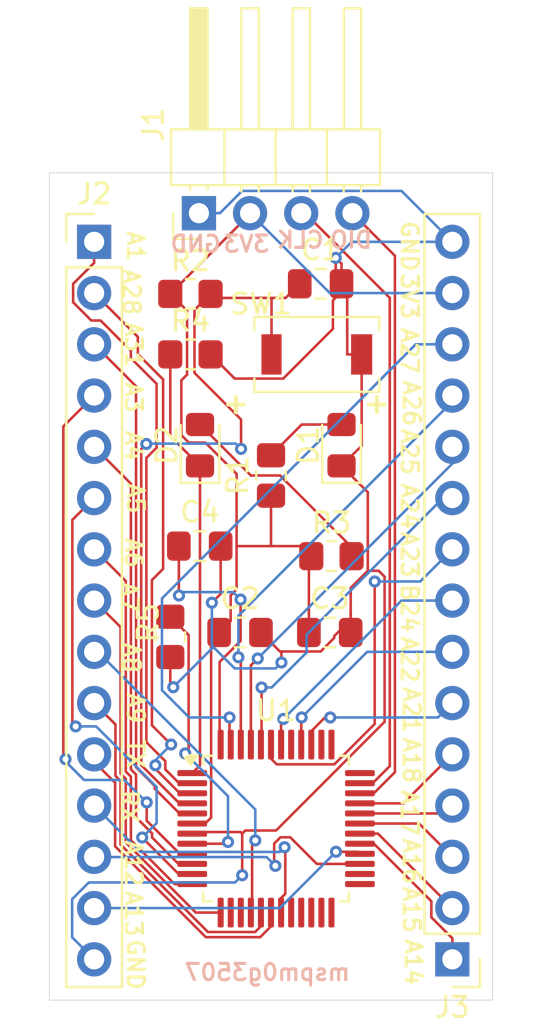
<source format=kicad_pcb>
(kicad_pcb (version 20241229) (generator "pcbnew") (generator_version "9.0")
  (layers (0 "F.Cu" signal "Front") (2 "B.Cu" signal "Back") (13 "F.Paste" user) (15 "B.Paste" user) (5 "F.SilkS" user "F.Silkscreen") (7 "B.SilkS" user "B.Silkscreen") (1 "F.Mask" user) (3 "B.Mask" user) (25 "Edge.Cuts" user))
  (net 0 "")
  (net 1 "RST")
  (net 2 "GND")
  (net 3 "+3V3")
  (net 4 "Net-(U1-VCORE)")
  (net 5 "Net-(D1-A)")
  (net 6 "usr_led")
  (net 7 "Net-(D2-A)")
  (net 8 "swdclk")
  (net 9 "swdio")
  (net 10 "PA5")
  (net 11 "PA4")
  (net 12 "PA13")
  (net 13 "txd")
  (net 14 "PA9")
  (net 15 "rxd")
  (net 16 "PA31")
  (net 17 "PA28")
  (net 18 "PA3")
  (net 19 "PA1")
  (net 20 "PA7")
  (net 21 "PA6")
  (net 22 "PA8")
  (net 23 "PA12")
  (net 24 "PA27")
  (net 25 "PA25")
  (net 26 "PB24")
  (net 27 "PA26")
  (net 28 "PA23")
  (net 29 "PA17")
  (net 30 "PA21")
  (net 31 "PA22")
  (net 32 "PA24")
  (net 33 "PA16")
  (net 34 "PA15")
  (net 35 "PA14")
  (net 36 "PA18")
  (net 37 "Net-(U1-PA2)")
  (footprint "Resistor_SMD:R_0805_2012Metric_Pad1.20x1.40mm_HandSolder" (layer "F.Cu") (at 113 78 90)
    (property "Reference" "R5" (at 0.7 -1.1 90) (layer "F.SilkS"))
    (property "Value" "100K 0.1%")
    (pad "1" smd roundrect (at -1 0 90) (size 1.2 1.4) (layers "F.Cu" "F.Mask" "F.Paste") (roundrect_rratio 0.208333) (net 2 "GND"))
    (pad "2" smd roundrect (at 1 0 90) (size 1.2 1.4) (layers "F.Cu" "F.Mask" "F.Paste") (roundrect_rratio 0.208333) (net 37 "Net-(U1-PA2)"))
  )
  (footprint "Capacitor_SMD:C_0805_2012Metric_Pad1.18x1.45mm_HandSolder" (layer "F.Cu") (at 120.9175 77.78)
    (property "Reference" "C3" (at 0 -1.68 0) (layer "F.SilkS"))
    (property "Value" "0.1uF")
    (pad "1" smd roundrect (at -1.0375 0) (size 1.175 1.45) (layers "F.Cu" "F.Mask" "F.Paste") (roundrect_rratio 0.212766) (net 3 "+3V3"))
    (pad "2" smd roundrect (at 1.0375 0) (size 1.175 1.45) (layers "F.Cu" "F.Mask" "F.Paste") (roundrect_rratio 0.212766) (net 2 "GND"))
  )
  (footprint "Capacitor_SMD:C_0805_2012Metric_Pad1.18x1.45mm_HandSolder" (layer "F.Cu") (at 114.4625 73.5)
    (property "Reference" "C4" (at 0 -1.68 0) (layer "F.SilkS"))
    (property "Value" "0.47uF")
    (pad "1" smd roundrect (at -1.0375 0) (size 1.175 1.45) (layers "F.Cu" "F.Mask" "F.Paste") (roundrect_rratio 0.212766) (net 4 "Net-(U1-VCORE)"))
    (pad "2" smd roundrect (at 1.0375 0) (size 1.175 1.45) (layers "F.Cu" "F.Mask" "F.Paste") (roundrect_rratio 0.212766) (net 2 "GND"))
  )
  (footprint "Capacitor_SMD:C_0805_2012Metric_Pad1.18x1.45mm_HandSolder" (layer "F.Cu") (at 116.4625 77.78)
    (property "Reference" "C2" (at 0 -1.68 0) (layer "F.SilkS"))
    (property "Value" "10uF")
    (pad "1" smd roundrect (at -1.0375 0) (size 1.175 1.45) (layers "F.Cu" "F.Mask" "F.Paste") (roundrect_rratio 0.212766) (net 3 "+3V3"))
    (pad "2" smd roundrect (at 1.0375 0) (size 1.175 1.45) (layers "F.Cu" "F.Mask" "F.Paste") (roundrect_rratio 0.212766) (net 2 "GND"))
  )
  (footprint "Capacitor_SMD:C_0805_2012Metric_Pad1.18x1.45mm_HandSolder" (layer "F.Cu") (at 120.4625 60.5)
    (property "Reference" "C1" (at 0 -1.68 0) (layer "F.SilkS"))
    (property "Value" "10nF")
    (pad "1" smd roundrect (at -1.0375 0) (size 1.175 1.45) (layers "F.Cu" "F.Mask" "F.Paste") (roundrect_rratio 0.212766) (net 1 "RST"))
    (pad "2" smd roundrect (at 1.0375 0) (size 1.175 1.45) (layers "F.Cu" "F.Mask" "F.Paste") (roundrect_rratio 0.212766) (net 2 "GND"))
  )
  (footprint "Package_QFP:LQFP-48_7x7mm_P0.5mm" (layer "F.Cu") (at 118.25 87.5)
    (property "Reference" "U1" (at 0 -5.85 0) (layer "F.SilkS"))
    (property "Value" "mspm0g3507")
    (pad "1" smd roundrect (at -4.1625 -2.75) (size 1.475 0.3) (layers "F.Cu" "F.Mask" "F.Paste") (net 6 "usr_led"))
    (pad "2" smd roundrect (at -4.1625 -2.25) (size 1.475 0.3) (layers "F.Cu" "F.Mask" "F.Paste") (net 19 "PA1"))
    (pad "3" smd roundrect (at -4.1625 -1.75) (size 1.475 0.3) (layers "F.Cu" "F.Mask" "F.Paste") (net 17 "PA28"))
    (pad "4" smd roundrect (at -4.1625 -1.25) (size 1.475 0.3) (layers "F.Cu" "F.Mask" "F.Paste") (net 1 "RST"))
    (pad "5" smd roundrect (at -4.1625 -0.75) (size 1.475 0.3) (layers "F.Cu" "F.Mask" "F.Paste") (net 16 "PA31"))
    (pad "6" smd roundrect (at -4.1625 -0.25) (size 1.475 0.3) (layers "F.Cu" "F.Mask" "F.Paste") (net 3 "+3V3"))
    (pad "7" smd roundrect (at -4.1625 0.25) (size 1.475 0.3) (layers "F.Cu" "F.Mask" "F.Paste") (net 2 "GND"))
    (pad "8" smd roundrect (at -4.1625 0.75) (size 1.475 0.3) (layers "F.Cu" "F.Mask" "F.Paste") (net 37 "Net-(U1-PA2)"))
    (pad "9" smd roundrect (at -4.1625 1.25) (size 1.475 0.3) (layers "F.Cu" "F.Mask" "F.Paste") (net 18 "PA3"))
    (pad "10" smd roundrect (at -4.1625 1.75) (size 1.475 0.3) (layers "F.Cu" "F.Mask" "F.Paste") (net 11 "PA4"))
    (pad "11" smd roundrect (at -4.1625 2.25) (size 1.475 0.3) (layers "F.Cu" "F.Mask" "F.Paste") (net 10 "PA5"))
    (pad "12" smd roundrect (at -4.1625 2.75) (size 1.475 0.3) (layers "F.Cu" "F.Mask" "F.Paste") (net 21 "PA6"))
    (pad "13" smd roundrect (at -2.75 4.1625) (size 0.3 1.475) (layers "F.Cu" "F.Mask" "F.Paste") (net 20 "PA7"))
    (pad "14" smd roundrect (at -2.25 4.1625) (size 0.3 1.475) (layers "F.Cu" "F.Mask" "F.Paste"))
    (pad "15" smd roundrect (at -1.75 4.1625) (size 0.3 1.475) (layers "F.Cu" "F.Mask" "F.Paste"))
    (pad "16" smd roundrect (at -1.25 4.1625) (size 0.3 1.475) (layers "F.Cu" "F.Mask" "F.Paste") (net 22 "PA8"))
    (pad "17" smd roundrect (at -0.75 4.1625) (size 0.3 1.475) (layers "F.Cu" "F.Mask" "F.Paste") (net 14 "PA9"))
    (pad "18" smd roundrect (at -0.25 4.1625) (size 0.3 1.475) (layers "F.Cu" "F.Mask" "F.Paste") (net 13 "txd"))
    (pad "19" smd roundrect (at 0.25 4.1625) (size 0.3 1.475) (layers "F.Cu" "F.Mask" "F.Paste") (net 15 "rxd"))
    (pad "20" smd roundrect (at 0.75 4.1625) (size 0.3 1.475) (layers "F.Cu" "F.Mask" "F.Paste"))
    (pad "21" smd roundrect (at 1.25 4.1625) (size 0.3 1.475) (layers "F.Cu" "F.Mask" "F.Paste"))
    (pad "22" smd roundrect (at 1.75 4.1625) (size 0.3 1.475) (layers "F.Cu" "F.Mask" "F.Paste"))
    (pad "23" smd roundrect (at 2.25 4.1625) (size 0.3 1.475) (layers "F.Cu" "F.Mask" "F.Paste"))
    (pad "24" smd roundrect (at 2.75 4.1625) (size 0.3 1.475) (layers "F.Cu" "F.Mask" "F.Paste"))
    (pad "25" smd roundrect (at 4.1625 2.75) (size 1.475 0.3) (layers "F.Cu" "F.Mask" "F.Paste"))
    (pad "26" smd roundrect (at 4.1625 2.25) (size 1.475 0.3) (layers "F.Cu" "F.Mask" "F.Paste"))
    (pad "27" smd roundrect (at 4.1625 1.75) (size 1.475 0.3) (layers "F.Cu" "F.Mask" "F.Paste") (net 23 "PA12"))
    (pad "28" smd roundrect (at 4.1625 1.25) (size 1.475 0.3) (layers "F.Cu" "F.Mask" "F.Paste") (net 12 "PA13"))
    (pad "29" smd roundrect (at 4.1625 0.75) (size 1.475 0.3) (layers "F.Cu" "F.Mask" "F.Paste") (net 35 "PA14"))
    (pad "30" smd roundrect (at 4.1625 0.25) (size 1.475 0.3) (layers "F.Cu" "F.Mask" "F.Paste") (net 34 "PA15"))
    (pad "31" smd roundrect (at 4.1625 -0.25) (size 1.475 0.3) (layers "F.Cu" "F.Mask" "F.Paste") (net 33 "PA16"))
    (pad "32" smd roundrect (at 4.1625 -0.75) (size 1.475 0.3) (layers "F.Cu" "F.Mask" "F.Paste") (net 29 "PA17"))
    (pad "33" smd roundrect (at 4.1625 -1.25) (size 1.475 0.3) (layers "F.Cu" "F.Mask" "F.Paste") (net 36 "PA18"))
    (pad "34" smd roundrect (at 4.1625 -1.75) (size 1.475 0.3) (layers "F.Cu" "F.Mask" "F.Paste") (net 9 "swdio"))
    (pad "35" smd roundrect (at 4.1625 -2.25) (size 1.475 0.3) (layers "F.Cu" "F.Mask" "F.Paste") (net 8 "swdclk"))
    (pad "36" smd roundrect (at 4.1625 -2.75) (size 1.475 0.3) (layers "F.Cu" "F.Mask" "F.Paste"))
    (pad "37" smd roundrect (at 2.75 -4.1625) (size 0.3 1.475) (layers "F.Cu" "F.Mask" "F.Paste"))
    (pad "38" smd roundrect (at 2.25 -4.1625) (size 0.3 1.475) (layers "F.Cu" "F.Mask" "F.Paste"))
    (pad "39" smd roundrect (at 1.75 -4.1625) (size 0.3 1.475) (layers "F.Cu" "F.Mask" "F.Paste") (net 30 "PA21"))
    (pad "40" smd roundrect (at 1.25 -4.1625) (size 0.3 1.475) (layers "F.Cu" "F.Mask" "F.Paste") (net 31 "PA22"))
    (pad "41" smd roundrect (at 0.75 -4.1625) (size 0.3 1.475) (layers "F.Cu" "F.Mask" "F.Paste"))
    (pad "42" smd roundrect (at 0.25 -4.1625) (size 0.3 1.475) (layers "F.Cu" "F.Mask" "F.Paste") (net 26 "PB24"))
    (pad "43" smd roundrect (at -0.25 -4.1625) (size 0.3 1.475) (layers "F.Cu" "F.Mask" "F.Paste") (net 28 "PA23"))
    (pad "44" smd roundrect (at -0.75 -4.1625) (size 0.3 1.475) (layers "F.Cu" "F.Mask" "F.Paste") (net 32 "PA24"))
    (pad "45" smd roundrect (at -1.25 -4.1625) (size 0.3 1.475) (layers "F.Cu" "F.Mask" "F.Paste") (net 25 "PA25"))
    (pad "46" smd roundrect (at -1.75 -4.1625) (size 0.3 1.475) (layers "F.Cu" "F.Mask" "F.Paste") (net 27 "PA26"))
    (pad "47" smd roundrect (at -2.25 -4.1625) (size 0.3 1.475) (layers "F.Cu" "F.Mask" "F.Paste") (net 24 "PA27"))
    (pad "48" smd roundrect (at -2.75 -4.1625) (size 0.3 1.475) (layers "F.Cu" "F.Mask" "F.Paste") (net 4 "Net-(U1-VCORE)"))
  )
  (footprint "Connector_PinHeader_2.54mm:PinHeader_1x04_P2.54mm_Horizontal" (layer "F.Cu") (at 114.42 57 90)
    (property "Reference" "J1" (at 4.385 -2.27 90) (layer "F.SilkS"))
    (property "Value" "Conn_01x04")
    (pad "1" thru_hole rect (at 0 0 90) (size 1.7 1.7) (drill 1) (layers "*.Cu" "*.Mask") (net 2 "GND"))
    (pad "2" thru_hole circle (at 0 2.54 90) (size 1.7 1.7) (drill 1) (layers "*.Cu" "*.Mask") (net 3 "+3V3"))
    (pad "3" thru_hole circle (at 0 5.08 90) (size 1.7 1.7) (drill 1) (layers "*.Cu" "*.Mask") (net 8 "swdclk"))
    (pad "4" thru_hole circle (at 0 7.62 90) (size 1.7 1.7) (drill 1) (layers "*.Cu" "*.Mask") (net 9 "swdio"))
  )
  (footprint "Resistor_SMD:R_0805_2012Metric_Pad1.20x1.40mm_HandSolder" (layer "F.Cu") (at 118 70 90)
    (property "Reference" "R1" (at 0 -1.65 90) (layer "F.SilkS"))
    (property "Value" "1K")
    (pad "1" smd roundrect (at -1 0 90) (size 1.2 1.4) (layers "F.Cu" "F.Mask" "F.Paste") (roundrect_rratio 0.208333) (net 3 "+3V3"))
    (pad "2" smd roundrect (at 1 0 90) (size 1.2 1.4) (layers "F.Cu" "F.Mask" "F.Paste") (roundrect_rratio 0.208333) (net 5 "Net-(D1-A)"))
  )
  (footprint "LED_SMD:LED_0805_2012Metric_Pad1.15x1.40mm_HandSolder" (layer "F.Cu") (at 114.475 68.5 90)
    (property "Reference" "D2" (at 0 -1.65 90) (layer "F.SilkS"))
    (property "Value" "LED")
    (pad "1" smd roundrect (at -1.025 0 90) (size 1.15 1.4) (layers "F.Cu" "F.Mask" "F.Paste") (roundrect_rratio 0.217391) (net 6 "usr_led"))
    (pad "2" smd roundrect (at 1.025 0 90) (size 1.15 1.4) (layers "F.Cu" "F.Mask" "F.Paste") (roundrect_rratio 0.217391) (net 7 "Net-(D2-A)"))
  )
  (footprint "g3507-base_stuff:SW_SPST_TS-1088-AR02016" (layer "F.Cu") (at 120.275 64)
    (property "Reference" "SW1" (at -2.775 -2.5 0) (layer "F.SilkS"))
    (property "Value" "SW_Push")
    (pad "1" smd rect (at -2.25 0) (size 1 2) (layers "F.Cu" "F.Mask" "F.Paste") (net 1 "RST"))
    (pad "2" smd rect (at 2.225 0) (size 1.05 2) (layers "F.Cu" "F.Mask" "F.Paste") (net 2 "GND"))
  )
  (footprint "Resistor_SMD:R_0805_2012Metric_Pad1.20x1.40mm_HandSolder" (layer "F.Cu") (at 121 74)
    (property "Reference" "R3" (at 0 -1.65 0) (layer "F.SilkS"))
    (property "Value" "330")
    (pad "1" smd roundrect (at -1 0) (size 1.2 1.4) (layers "F.Cu" "F.Mask" "F.Paste") (roundrect_rratio 0.208333) (net 3 "+3V3"))
    (pad "2" smd roundrect (at 1 0) (size 1.2 1.4) (layers "F.Cu" "F.Mask" "F.Paste") (roundrect_rratio 0.208333) (net 7 "Net-(D2-A)"))
  )
  (footprint "Connector_PinHeader_2.54mm:PinHeader_1x15_P2.54mm_Vertical" (layer "F.Cu") (at 127 93.98 180)
    (property "Reference" "J3" (at 0 -2.38 0) (layer "F.SilkS"))
    (property "Value" "Conn_01x15")
    (pad "1" thru_hole rect (at 0 0 180) (size 1.7 1.7) (drill 1) (layers "*.Cu" "*.Mask") (net 35 "PA14"))
    (pad "2" thru_hole circle (at 0 2.54 180) (size 1.7 1.7) (drill 1) (layers "*.Cu" "*.Mask") (net 34 "PA15"))
    (pad "3" thru_hole circle (at 0 5.08 180) (size 1.7 1.7) (drill 1) (layers "*.Cu" "*.Mask") (net 33 "PA16"))
    (pad "4" thru_hole circle (at 0 7.62 180) (size 1.7 1.7) (drill 1) (layers "*.Cu" "*.Mask") (net 29 "PA17"))
    (pad "5" thru_hole circle (at 0 10.16 180) (size 1.7 1.7) (drill 1) (layers "*.Cu" "*.Mask") (net 36 "PA18"))
    (pad "6" thru_hole circle (at 0 12.7 180) (size 1.7 1.7) (drill 1) (layers "*.Cu" "*.Mask") (net 30 "PA21"))
    (pad "7" thru_hole circle (at 0 15.24 180) (size 1.7 1.7) (drill 1) (layers "*.Cu" "*.Mask") (net 31 "PA22"))
    (pad "8" thru_hole circle (at 0 17.78 180) (size 1.7 1.7) (drill 1) (layers "*.Cu" "*.Mask") (net 26 "PB24"))
    (pad "9" thru_hole circle (at 0 20.32 180) (size 1.7 1.7) (drill 1) (layers "*.Cu" "*.Mask") (net 28 "PA23"))
    (pad "10" thru_hole circle (at 0 22.86 180) (size 1.7 1.7) (drill 1) (layers "*.Cu" "*.Mask") (net 32 "PA24"))
    (pad "11" thru_hole circle (at 0 25.4 180) (size 1.7 1.7) (drill 1) (layers "*.Cu" "*.Mask") (net 25 "PA25"))
    (pad "12" thru_hole circle (at 0 27.94 180) (size 1.7 1.7) (drill 1) (layers "*.Cu" "*.Mask") (net 27 "PA26"))
    (pad "13" thru_hole circle (at 0 30.48 180) (size 1.7 1.7) (drill 1) (layers "*.Cu" "*.Mask") (net 24 "PA27"))
    (pad "14" thru_hole circle (at 0 33.02 180) (size 1.7 1.7) (drill 1) (layers "*.Cu" "*.Mask") (net 3 "+3V3"))
    (pad "15" thru_hole circle (at 0 35.56 180) (size 1.7 1.7) (drill 1) (layers "*.Cu" "*.Mask") (net 2 "GND"))
  )
  (footprint "Resistor_SMD:R_0805_2012Metric_Pad1.20x1.40mm_HandSolder" (layer "F.Cu") (at 114 64)
    (property "Reference" "R4" (at 0 -1.65 0) (layer "F.SilkS"))
    (property "Value" "1K")
    (pad "1" smd roundrect (at -1 0) (size 1.2 1.4) (layers "F.Cu" "F.Mask" "F.Paste") (roundrect_rratio 0.208333) (net 6 "usr_led"))
    (pad "2" smd roundrect (at 1 0) (size 1.2 1.4) (layers "F.Cu" "F.Mask" "F.Paste") (roundrect_rratio 0.208333) (net 2 "GND"))
  )
  (footprint "LED_SMD:LED_0805_2012Metric_Pad1.15x1.40mm_HandSolder" (layer "F.Cu") (at 121.5 68.5 90)
    (property "Reference" "D1" (at 0 -1.65 90) (layer "F.SilkS"))
    (property "Value" "LED")
    (pad "1" smd roundrect (at -1.025 0 90) (size 1.15 1.4) (layers "F.Cu" "F.Mask" "F.Paste") (roundrect_rratio 0.217391) (net 2 "GND"))
    (pad "2" smd roundrect (at 1.025 0 90) (size 1.15 1.4) (layers "F.Cu" "F.Mask" "F.Paste") (roundrect_rratio 0.217391) (net 5 "Net-(D1-A)"))
  )
  (footprint "Connector_PinHeader_2.54mm:PinHeader_1x15_P2.54mm_Vertical" (layer "F.Cu") (at 109.22 58.42)
    (property "Reference" "J2" (at 0 -2.38 0) (layer "F.SilkS"))
    (property "Value" "Conn_01x15")
    (pad "1" thru_hole rect (at 0 0) (size 1.7 1.7) (drill 1) (layers "*.Cu" "*.Mask") (net 19 "PA1"))
    (pad "2" thru_hole circle (at 0 2.54) (size 1.7 1.7) (drill 1) (layers "*.Cu" "*.Mask") (net 17 "PA28"))
    (pad "3" thru_hole circle (at 0 5.08) (size 1.7 1.7) (drill 1) (layers "*.Cu" "*.Mask") (net 16 "PA31"))
    (pad "4" thru_hole circle (at 0 7.62) (size 1.7 1.7) (drill 1) (layers "*.Cu" "*.Mask") (net 18 "PA3"))
    (pad "5" thru_hole circle (at 0 10.16) (size 1.7 1.7) (drill 1) (layers "*.Cu" "*.Mask") (net 11 "PA4"))
    (pad "6" thru_hole circle (at 0 12.7) (size 1.7 1.7) (drill 1) (layers "*.Cu" "*.Mask") (net 10 "PA5"))
    (pad "7" thru_hole circle (at 0 15.24) (size 1.7 1.7) (drill 1) (layers "*.Cu" "*.Mask") (net 21 "PA6"))
    (pad "8" thru_hole circle (at 0 17.78) (size 1.7 1.7) (drill 1) (layers "*.Cu" "*.Mask") (net 20 "PA7"))
    (pad "9" thru_hole circle (at 0 20.32) (size 1.7 1.7) (drill 1) (layers "*.Cu" "*.Mask") (net 22 "PA8"))
    (pad "10" thru_hole circle (at 0 22.86) (size 1.7 1.7) (drill 1) (layers "*.Cu" "*.Mask") (net 14 "PA9"))
    (pad "11" thru_hole circle (at 0 25.4) (size 1.7 1.7) (drill 1) (layers "*.Cu" "*.Mask") (net 13 "txd"))
    (pad "12" thru_hole circle (at 0 27.94) (size 1.7 1.7) (drill 1) (layers "*.Cu" "*.Mask") (net 15 "rxd"))
    (pad "13" thru_hole circle (at 0 30.48) (size 1.7 1.7) (drill 1) (layers "*.Cu" "*.Mask") (net 23 "PA12"))
    (pad "14" thru_hole circle (at 0 33.02) (size 1.7 1.7) (drill 1) (layers "*.Cu" "*.Mask") (net 12 "PA13"))
    (pad "15" thru_hole circle (at 0 35.56) (size 1.7 1.7) (drill 1) (layers "*.Cu" "*.Mask") (net 2 "GND"))
  )
  (footprint "Resistor_SMD:R_0805_2012Metric_Pad1.20x1.40mm_HandSolder" (layer "F.Cu") (at 114 61)
    (property "Reference" "R2" (at 0 -1.65 0) (layer "F.SilkS"))
    (property "Value" "47K")
    (pad "1" smd roundrect (at -1 0) (size 1.2 1.4) (layers "F.Cu" "F.Mask" "F.Paste") (roundrect_rratio 0.208333) (net 3 "+3V3"))
    (pad "2" smd roundrect (at 1 0) (size 1.2 1.4) (layers "F.Cu" "F.Mask" "F.Paste") (roundrect_rratio 0.208333) (net 1 "RST"))
  )
  (gr_line (start 107 96) (end 129 96) (stroke (width 0.0381)) (layer "Edge.Cuts"))
  (gr_line (start 129 96) (end 129 55) (stroke (width 0.0381)) (layer "Edge.Cuts"))
  (gr_line (start 107 55) (end 107 96) (stroke (width 0.0381)) (layer "Edge.Cuts"))
  (gr_line (start 129 55) (end 107 55) (stroke (width 0.0381)) (layer "Edge.Cuts"))
  (gr_text "A1" (at 110.8 57.8 270) (layer "F.SilkS") (effects (font (size 0.8128 0.8128) (thickness 0.1524) (bold yes)) (justify left bottom)))
  (gr_text "A12" (at 110.7 88 270) (layer "F.SilkS") (effects (font (size 0.8128 0.8128) (thickness 0.1524) (bold yes)) (justify left bottom)))
  (gr_text "A6" (at 110.7 73 270) (layer "F.SilkS") (effects (font (size 0.8128 0.8128) (thickness 0.1524) (bold yes)) (justify left bottom)))
  (gr_text "+" (at 122.5 67 0) (layer "F.SilkS") (effects (font (size 1 1) (thickness 0.2) (bold yes)) (justify left bottom)))
  (gr_text "A17" (at 124.4 85.5 270) (layer "F.SilkS") (effects (font (size 0.8128 0.8128) (thickness 0.1524) (bold yes)) (justify left bottom)))
  (gr_text "A24" (at 124.4 70.3 270) (layer "F.SilkS") (effects (font (size 0.8128 0.8128) (thickness 0.1524) (bold yes)) (justify left bottom)))
  (gr_text "A31" (at 110.7 62.3 270) (layer "F.SilkS") (effects (font (size 0.8128 0.8128) (thickness 0.1524) (bold yes)) (justify left bottom)))
  (gr_text "A9" (at 110.8 80.7 270) (layer "F.SilkS") (effects (font (size 0.8128 0.8128) (thickness 0.1524) (bold yes)) (justify left bottom)))
  (gr_text "GND" (at 124.4 57.3 270) (layer "F.SilkS") (effects (font (size 0.8128 0.8128) (thickness 0.1524) (bold yes)) (justify left bottom)))
  (gr_text "A8" (at 110.6 78.2 270) (layer "F.SilkS") (effects (font (size 0.8128 0.8128) (thickness 0.1524) (bold yes)) (justify left bottom)))
  (gr_text "A23" (at 124.4 72.7 270) (layer "F.SilkS") (effects (font (size 0.8128 0.8128) (thickness 0.1524) (bold yes)) (justify left bottom)))
  (gr_text "B24" (at 124.4 75.3 270) (layer "F.SilkS") (effects (font (size 0.8128 0.8128) (thickness 0.1524) (bold yes)) (justify left bottom)))
  (gr_text "A7" (at 110.5 75.2 270) (layer "F.SilkS") (effects (font (size 0.8128 0.8128) (thickness 0.1524) (bold yes)) (justify left bottom)))
  (gr_text "A15" (at 124.5 90.3 270) (layer "F.SilkS") (effects (font (size 0.8128 0.8128) (thickness 0.1524) (bold yes)) (justify left bottom)))
  (gr_text "A18" (at 124.5 82.9 270) (layer "F.SilkS") (effects (font (size 0.8128 0.8128) (thickness 0.1524) (bold yes)) (justify left bottom)))
  (gr_text "A13" (at 110.7 90.5 270) (layer "F.SilkS") (effects (font (size 0.8128 0.8128) (thickness 0.1524) (bold yes)) (justify left bottom)))
  (gr_text "A14" (at 124.6 92.9 270) (layer "F.SilkS") (effects (font (size 0.8128 0.8128) (thickness 0.1524) (bold yes)) (justify left bottom)))
  (gr_text "A4" (at 110.7 67.7 270) (layer "F.SilkS") (effects (font (size 0.8128 0.8128) (thickness 0.1524) (bold yes)) (justify left bottom)))
  (gr_text "3V3" (at 124.4 59.9 270) (layer "F.SilkS") (effects (font (size 0.8128 0.8128) (thickness 0.1524) (bold yes)) (justify left bottom)))
  (gr_text "A27" (at 124.4 62.6 270) (layer "F.SilkS") (effects (font (size 0.8128 0.8128) (thickness 0.1524) (bold yes)) (justify left bottom)))
  (gr_text "A22" (at 124.4 77.9 270) (layer "F.SilkS") (effects (font (size 0.8128 0.8128) (thickness 0.1524) (bold yes)) (justify left bottom)))
  (gr_text "A3" (at 110.7 65.3 270) (layer "F.SilkS") (effects (font (size 0.8128 0.8128) (thickness 0.1524) (bold yes)) (justify left bottom)))
  (gr_text "A25" (at 124.4 67.6 270) (layer "F.SilkS") (effects (font (size 0.8128 0.8128) (thickness 0.1524) (bold yes)) (justify left bottom)))
  (gr_text "A21" (at 124.5 80.4 270) (layer "F.SilkS") (effects (font (size 0.8128 0.8128) (thickness 0.1524) (bold yes)) (justify left bottom)))
  (gr_text "RX" (at 110.5 85.5 270) (layer "F.SilkS") (effects (font (size 0.8128 0.8128) (thickness 0.1524) (bold yes)) (justify left bottom)))
  (gr_text "A26" (at 124.5 65.2 270) (layer "F.SilkS") (effects (font (size 0.8128 0.8128) (thickness 0.1524) (bold yes)) (justify left bottom)))
  (gr_text "A16" (at 124.5 87.9 270) (layer "F.SilkS") (effects (font (size 0.8128 0.8128) (thickness 0.1524) (bold yes)) (justify left bottom)))
  (gr_text "A28" (at 110.6 59.69 270) (layer "F.SilkS") (effects (font (size 0.8128 0.8128) (thickness 0.1524) (bold yes)) (justify left bottom)))
  (gr_text "A5" (at 110.8 70.3 270) (layer "F.SilkS") (effects (font (size 0.8128 0.8128) (thickness 0.1524) (bold yes)) (justify left bottom)))
  (gr_text "+" (at 115.5 67 0) (layer "F.SilkS") (effects (font (size 1 1) (thickness 0.2) (bold yes)) (justify left bottom)))
  (gr_text "GND" (at 110.8 92.9 270) (layer "F.SilkS") (effects (font (size 0.8128 0.8128) (thickness 0.1524) (bold yes)) (justify left bottom)))
  (gr_text "TX" (at 110.8 83 270) (layer "F.SilkS") (effects (font (size 0.8128 0.8128) (thickness 0.1524) (bold yes)) (justify left bottom)))
  (gr_text "mspm0g3507" (at 122 95.1 0) (layer "B.SilkS") (effects (font (size 0.8128 0.8128) (thickness 0.1524) (bold yes)) (justify left bottom mirror)))
  (gr_text "CLK" (at 120.7 58.8 0) (layer "B.SilkS") (effects (font (size 0.8128 0.8128) (thickness 0.1524) (bold yes)) (justify left bottom mirror)))
  (gr_text "3V3" (at 118 59 0) (layer "B.SilkS") (effects (font (size 0.8128 0.8128) (thickness 0.1524) (bold yes)) (justify left bottom mirror)))
  (gr_text "DIO" (at 123.1 58.8 0) (layer "B.SilkS") (effects (font (size 0.8128 0.8128) (thickness 0.1524) (bold yes)) (justify left bottom mirror)))
  (gr_text "GND" (at 115.6 59 0) (layer "B.SilkS") (effects (font (size 0.8128 0.8128) (thickness 0.1524) (bold yes)) (justify left bottom mirror)))
  (segment (start 114.2009 61.7991) (end 114.2009 64.9142) (width 0.127) (layer "F.Cu") (net 1))
  (segment (start 111.5566 68.6905) (end 111.5566 84.3534) (width 0.127) (layer "F.Cu") (net 1))
  (segment (start 111.8091 68.438) (end 111.5566 68.6905) (width 0.127) (layer "F.Cu") (net 1))
  (segment (start 118.025 61.2) (end 115.2 61.2) (width 0.127) (layer "F.Cu") (net 1))
  (segment (start 116.513 67.2263) (end 116.513 68.6827) (width 0.127) (layer "F.Cu") (net 1))
  (segment (start 111.5566 84.3534) (end 113.4532 86.25) (width 0.127) (layer "F.Cu") (net 1))
  (segment (start 115.2 61.2) (end 115 61) (width 0.127) (layer "F.Cu") (net 1))
  (segment (start 114.2009 64.9142) (end 116.513 67.2263) (width 0.127) (layer "F.Cu") (net 1))
  (segment (start 118.025 61.2) (end 118.025 64) (width 0.127) (layer "F.Cu") (net 1))
  (segment (start 115 61) (end 114.2009 61.7991) (width 0.127) (layer "F.Cu") (net 1))
  (segment (start 118.725 61.2) (end 118.025 61.2) (width 0.127) (layer "F.Cu") (net 1))
  (segment (start 113.4532 86.25) (end 114.0875 86.25) (width 0.127) (layer "F.Cu") (net 1))
  (segment (start 119.425 60.5) (end 118.725 61.2) (width 0.127) (layer "F.Cu") (net 1))
  (via (at 116.513 68.6827) (size 0.6) (drill 0.3) (layers "F.Cu" "B.Cu") (net 1))
  (via (at 111.8091 68.438) (size 0.6) (drill 0.3) (layers "F.Cu" "B.Cu") (net 1))
  (segment (start 111.8275 68.4212) (end 116.2515 68.4212) (width 0.127) (layer "B.Cu") (net 1))
  (segment (start 111.8259 68.4212) (end 111.8091 68.438) (width 0.127) (layer "B.Cu") (net 1))
  (segment (start 111.8275 68.4212) (end 111.8259 68.4212) (width 0.127) (layer "B.Cu") (net 1))
  (segment (start 116.2515 68.4212) (end 116.513 68.6827) (width 0.127) (layer "B.Cu") (net 1))
  (segment (start 113 80.3448) (end 113 79) (width 0.127) (layer "F.Cu") (net 2))
  (segment (start 121.955 75.5698) (end 121.955 76.7645) (width 0.127) (layer "F.Cu") (net 2))
  (segment (start 123.6386 75.0171) (end 123.6386 82.207) (width 0.127) (layer "F.Cu") (net 2))
  (segment (start 118.2511 87.5945) (end 116.7248 87.5945) (width 0.127) (layer "F.Cu") (net 2))
  (segment (start 118.5163 79.2701) (end 118.5163 78.7228) (width 0.127) (layer "F.Cu") (net 2))
  (segment (start 115.5 75.8691) (end 115.5 73.5) (width 0.127) (layer "F.Cu") (net 2))
  (segment (start 121.0715 61.327) (end 121.0715 62.7316) (width 0.127) (layer "F.Cu") (net 2))
  (segment (start 115.0635 76.3056) (end 115.5 75.8691) (width 0.127) (layer "F.Cu") (net 2))
  (segment (start 113.1484 80.4932) (end 113 80.3448) (width 0.127) (layer "F.Cu") (net 2))
  (segment (start 121.955 76.7645) (end 121.955 77.1419) (width 0.127) (layer "F.Cu") (net 2))
  (segment (start 122.8033 70.8283) (end 122.8033 74.7215) (width 0.127) (layer "F.Cu") (net 2))
  (segment (start 121.7828 64) (end 121.7828 60.7828) (width 0.127) (layer "F.Cu") (net 2))
  (segment (start 116.1976 65.1976) (end 115 64) (width 0.127) (layer "F.Cu") (net 2))
  (segment (start 120.4662 78.7228) (end 118.5163 78.7228) (width 0.127) (layer "F.Cu") (net 2))
  (segment (start 113.1484 80.4932) (end 113 80.3448) (width 0.127) (layer "F.Cu") (net 2))
  (segment (start 115.0624 76.3067) (end 115.0635 76.3056) (width 0.127) (layer "F.Cu") (net 2))
  (segment (start 118.6055 65.1976) (end 116.1976 65.1976) (width 0.127) (layer "F.Cu") (net 2))
  (segment (start 121.5 59.5028) (end 121.5 60.5) (width 0.127) (layer "F.Cu") (net 2))
  (segment (start 121.955 77.1419) (end 121.1371 77.9598) (width 0.127) (layer "F.Cu") (net 2))
  (segment (start 123.6386 82.207) (end 118.2511 87.5945) (width 0.127) (layer "F.Cu") (net 2))
  (segment (start 123.343 74.7215) (end 123.6386 75.0171) (width 0.127) (layer "F.Cu") (net 2))
  (segment (start 116.7248 87.5945) (end 116.5693 87.75) (width 0.127) (layer "F.Cu") (net 2))
  (segment (start 115.0635 76.3056) (end 115.0624 76.3067) (width 0.127) (layer "F.Cu") (net 2))
  (segment (start 121.1371 78.0519) (end 120.4662 78.7228) (width 0.127) (layer "F.Cu") (net 2))
  (segment (start 116.5693 87.75) (end 116.4915 87.6722) (width 0.127) (layer "F.Cu") (net 2))
  (segment (start 118.4428 78.7228) (end 117.5 77.78) (width 0.127) (layer "F.Cu") (net 2))
  (segment (start 121.0715 62.7316) (end 118.6055 65.1976) (width 0.127) (layer "F.Cu") (net 2))
  (segment (start 121.2124 61.1861) (end 121.0715 61.327) (width 0.127) (layer "F.Cu") (net 2))
  (segment (start 121.7828 60.7828) (end 121.5 60.5) (width 0.127) (layer "F.Cu") (net 2))
  (segment (start 113 80.3448) (end 113.1484 80.4932) (width 0.127) (layer "F.Cu") (net 2))
  (segment (start 122.5 68.525) (end 121.5 69.525) (width 0.127) (layer "F.Cu") (net 2))
  (segment (start 116.4915 87.6722) (end 114.1653 87.6722) (width 0.127) (layer "F.Cu") (net 2))
  (segment (start 121.1371 77.9598) (end 121.1371 78.0519) (width 0.127) (layer "F.Cu") (net 2))
  (segment (start 122.5 64) (end 121.7828 64) (width 0.127) (layer "F.Cu") (net 2))
  (segment (start 121.955 76.7645) (end 121.955 77.78) (width 0.127) (layer "F.Cu") (net 2))
  (segment (start 118.5163 78.7228) (end 118.4428 78.7228) (width 0.127) (layer "F.Cu") (net 2))
  (segment (start 122.5 64) (end 122.5 68.525) (width 0.127) (layer "F.Cu") (net 2))
  (segment (start 116.5693 87.75) (end 116.5693 89.8128) (width 0.127) (layer "F.Cu") (net 2))
  (segment (start 122.8033 74.7215) (end 123.343 74.7215) (width 0.127) (layer "F.Cu") (net 2))
  (segment (start 121.2124 59.2152) (end 121.2124 61.1861) (width 0.127) (layer "F.Cu") (net 2))
  (segment (start 121.5 69.525) (end 122.8033 70.8283) (width 0.127) (layer "F.Cu") (net 2))
  (segment (start 121.2124 59.2152) (end 121.5 59.5028) (width 0.127) (layer "F.Cu") (net 2))
  (segment (start 122.8033 74.7215) (end 121.955 75.5698) (width 0.127) (layer "F.Cu") (net 2))
  (segment (start 114.1653 87.6722) (end 114.0875 87.75) (width 0.127) (layer "F.Cu") (net 2))
  (via (at 121.2124 59.2152) (size 0.6) (drill 0.3) (layers "F.Cu" "B.Cu") (net 2))
  (via (at 118.5163 79.2701) (size 0.6) (drill 0.3) (layers "F.Cu" "B.Cu") (net 2))
  (via (at 116.5693 89.8128) (size 0.6) (drill 0.3) (layers "F.Cu" "B.Cu") (net 2))
  (via (at 115.0635 76.3056) (size 0.6) (drill 0.3) (layers "F.Cu" "B.Cu") (net 2))
  (via (at 113.1484 80.4932) (size 0.6) (drill 0.3) (layers "F.Cu" "B.Cu") (net 2))
  (segment (start 122.0076 58.42) (end 121.2124 59.2152) (width 0.127) (layer "B.Cu") (net 2))
  (segment (start 116.5649 55.8973) (end 124.4773 55.8973) (width 0.127) (layer "B.Cu") (net 2))
  (segment (start 115.0635 78.4279) (end 115.0635 76.3056) (width 0.127) (layer "B.Cu") (net 2))
  (segment (start 109.22 93.98) (end 108.1296 92.8896) (width 0.127) (layer "B.Cu") (net 2))
  (segment (start 118.2245 79.5619) (end 116.1975 79.5619) (width 0.127) (layer "B.Cu") (net 2))
  (segment (start 116.1975 79.5619) (end 115.1386 78.503) (width 0.127) (layer "B.Cu") (net 2))
  (segment (start 124.4773 55.8973) (end 127 58.42) (width 0.127) (layer "B.Cu") (net 2))
  (segment (start 108.1296 92.8896) (end 108.1296 90.9991) (width 0.127) (layer "B.Cu") (net 2))
  (segment (start 108.1296 90.9991) (end 108.9587 90.17) (width 0.127) (layer "B.Cu") (net 2))
  (segment (start 116.2121 90.17) (end 116.5693 89.8128) (width 0.127) (layer "B.Cu") (net 2))
  (segment (start 113 80.3448) (end 113.1484 80.4932) (width 0.127) (layer "B.Cu") (net 2))
  (segment (start 115.0635 76.3056) (end 115.0624 76.3067) (width 0.127) (layer "B.Cu") (net 2))
  (segment (start 115.4622 57) (end 116.5649 55.8973) (width 0.127) (layer "B.Cu") (net 2))
  (segment (start 113.1484 80.4932) (end 113 80.3448) (width 0.127) (layer "B.Cu") (net 2))
  (segment (start 114.42 57) (end 115.4622 57) (width 0.127) (layer "B.Cu") (net 2))
  (segment (start 115.0624 76.3067) (end 115.0635 76.3056) (width 0.127) (layer "B.Cu") (net 2))
  (segment (start 118.5163 79.2701) (end 118.2245 79.5619) (width 0.127) (layer "B.Cu") (net 2))
  (segment (start 115.1386 78.503) (end 113.1484 80.4932) (width 0.127) (layer "B.Cu") (net 2))
  (segment (start 127 58.42) (end 122.0076 58.42) (width 0.127) (layer "B.Cu") (net 2))
  (segment (start 115.1386 78.503) (end 115.0635 78.4279) (width 0.127) (layer "B.Cu") (net 2))
  (segment (start 108.9587 90.17) (end 116.2121 90.17) (width 0.127) (layer "B.Cu") (net 2))
  (segment (start 114.7319 87.25) (end 114.0875 87.25) (width 0.127) (layer "F.Cu") (net 3))
  (segment (start 115.9975 77.2075) (end 115.425 77.78) (width 0.127) (layer "F.Cu") (net 3))
  (segment (start 115.9975 75.9441) (end 115.9975 77.2075) (width 0.127) (layer "F.Cu") (net 3))
  (segment (start 113.9203 68.3714) (end 114.7396 68.3714) (width 0.127) (layer "F.Cu") (net 3))
  (segment (start 118 71) (end 118 73.501) (width 0.127) (layer "F.Cu") (net 3))
  (segment (start 116.2912 75.6504) (end 115.9975 75.9441) (width 0.127) (layer "F.Cu") (net 3))
  (segment (start 119.88 74.12) (end 119.88 77.78) (width 0.127) (layer "F.Cu") (net 3))
  (segment (start 120 74) (end 119.88 74.12) (width 0.127) (layer "F.Cu") (net 3))
  (segment (start 114.7396 68.3714) (end 116.2912 69.923) (width 0.127) (layer "F.Cu") (net 3))
  (segment (start 116.2912 69.923) (end 116.2912 73.501) (width 0.127) (layer "F.Cu") (net 3))
  (segment (start 116.96 57) (end 116.96 57.04) (width 0.127) (layer "F.Cu") (net 3))
  (segment (start 118 73.501) (end 116.2912 73.501) (width 0.127) (layer "F.Cu") (net 3))
  (segment (start 113.548 67.9991) (end 113.9203 68.3714) (width 0.127) (layer "F.Cu") (net 3))
  (segment (start 113 61) (end 113.8325 61.8325) (width 0.127) (layer "F.Cu") (net 3))
  (segment (start 115.0278 86.9541) (end 114.7319 87.25) (width 0.127) (layer "F.Cu") (net 3))
  (segment (start 119.501 73.501) (end 118 73.501) (width 0.127) (layer "F.Cu") (net 3))
  (segment (start 113.8325 64.9992) (end 113.548 65.2837) (width 0.127) (layer "F.Cu") (net 3))
  (segment (start 116.2912 73.501) (end 116.2912 75.6504) (width 0.127) (layer "F.Cu") (net 3))
  (segment (start 113.8325 61.8325) (end 113.8325 64.9992) (width 0.127) (layer "F.Cu") (net 3))
  (segment (start 120 74) (end 119.501 73.501) (width 0.127) (layer "F.Cu") (net 3))
  (segment (start 115.425 77.78) (end 115.0278 78.1772) (width 0.127) (layer "F.Cu") (net 3))
  (segment (start 115.0278 78.1772) (end 115.0278 86.9541) (width 0.127) (layer "F.Cu") (net 3))
  (segment (start 113.548 65.2837) (end 113.548 67.9991) (width 0.127) (layer "F.Cu") (net 3))
  (segment (start 116.96 57.04) (end 113 61) (width 0.127) (layer "F.Cu") (net 3))
  (segment (start 127 60.96) (end 120.92 60.96) (width 0.127) (layer "B.Cu") (net 3))
  (segment (start 120.92 60.96) (end 116.96 57) (width 0.127) (layer "B.Cu") (net 3))
  (segment (start 115.4482 79.2406) (end 115.4482 83.2857) (width 0.127) (layer "F.Cu") (net 4))
  (segment (start 113.4308 75.9493) (end 113.425 75.9435) (width 0.127) (layer "F.Cu") (net 4))
  (segment (start 113.425 75.9435) (end 113.4308 75.9493) (width 0.127) (layer "F.Cu") (net 4))
  (segment (start 116.4897 78.1991) (end 115.4482 79.2406) (width 0.127) (layer "F.Cu") (net 4))
  (segment (start 113.4308 75.9493) (end 113.425 75.9435) (width 0.127) (layer "F.Cu") (net 4))
  (segment (start 115.4482 83.2857) (end 115.5 83.3375) (width 0.127) (layer "F.Cu") (net 4))
  (segment (start 116.4897 76.1479) (end 116.4897 78.1991) (width 0.127) (layer "F.Cu") (net 4))
  (segment (start 113.425 75.9435) (end 113.425 73.5) (width 0.127) (layer "F.Cu") (net 4))
  (via (at 116.4897 76.1479) (size 0.6) (drill 0.3) (layers "F.Cu" "B.Cu") (net 4))
  (via (at 113.4308 75.9493) (size 0.6) (drill 0.3) (layers "F.Cu" "B.Cu") (net 4))
  (segment (start 116.4897 76.1479) (end 116.1222 75.7804) (width 0.127) (layer "B.Cu") (net 4))
  (segment (start 113.425 75.9435) (end 113.4308 75.9493) (width 0.127) (layer "B.Cu") (net 4))
  (segment (start 113.5997 75.7804) (end 113.4308 75.9493) (width 0.127) (layer "B.Cu") (net 4))
  (segment (start 116.1222 75.7804) (end 113.5997 75.7804) (width 0.127) (layer "B.Cu") (net 4))
  (segment (start 113.4308 75.9493) (end 113.425 75.9435) (width 0.127) (layer "B.Cu") (net 4))
  (segment (start 121.5 67.475) (end 119.525 67.475) (width 0.127) (layer "F.Cu") (net 5))
  (segment (start 119.525 67.475) (end 118 69) (width 0.127) (layer "F.Cu") (net 5))
  (segment (start 114.475 69.525) (end 114.475 84.3625) (width 0.127) (layer "F.Cu") (net 6))
  (segment (start 114.475 69.525) (end 113 68.05) (width 0.127) (layer "F.Cu") (net 6))
  (segment (start 114.475 84.3625) (end 114.0875 84.75) (width 0.127) (layer "F.Cu") (net 6))
  (segment (start 113 68.05) (end 113 64) (width 0.127) (layer "F.Cu") (net 6))
  (segment (start 122 73.5499) (end 118.4501 70) (width 0.127) (layer "F.Cu") (net 7))
  (segment (start 118.4501 70) (end 117 70) (width 0.127) (layer "F.Cu") (net 7))
  (segment (start 122 74) (end 122 73.5499) (width 0.127) (layer "F.Cu") (net 7))
  (segment (start 117 70) (end 114.475 67.475) (width 0.127) (layer "F.Cu") (net 7))
  (segment (start 123.8943 84.4033) (end 123.8943 61.201) (width 0.127) (layer "F.Cu") (net 8))
  (segment (start 122.4125 85.25) (end 123.0476 85.25) (width 0.127) (layer "F.Cu") (net 8))
  (segment (start 123.0476 85.25) (end 123.8943 84.4033) (width 0.127) (layer "F.Cu") (net 8))
  (segment (start 123.8943 61.201) (end 119.6933 57) (width 0.127) (layer "F.Cu") (net 8))
  (segment (start 119.6933 57) (end 119.5 57) (width 0.127) (layer "F.Cu") (net 8))
  (segment (start 124.15 59.11) (end 122.04 57) (width 0.127) (layer "F.Cu") (net 9))
  (segment (start 122.4125 85.75) (end 123.1051 85.75) (width 0.127) (layer "F.Cu") (net 9))
  (segment (start 123.1051 85.75) (end 124.15 84.7051) (width 0.127) (layer "F.Cu") (net 9))
  (segment (start 124.15 84.7051) (end 124.15 59.11) (width 0.127) (layer "F.Cu") (net 9))
  (segment (start 108.303 82.4355) (end 108.1374 82.2699) (width 0.127) (layer "F.Cu") (net 10))
  (segment (start 108.1374 82.2699) (end 108.1374 72.2026) (width 0.127) (layer "F.Cu") (net 10))
  (segment (start 113.4123 89.75) (end 111.6051 87.9428) (width 0.127) (layer "F.Cu") (net 10))
  (segment (start 114.0875 89.75) (end 113.4123 89.75) (width 0.127) (layer "F.Cu") (net 10))
  (segment (start 108.1374 72.2026) (end 109.22 71.12) (width 0.127) (layer "F.Cu") (net 10))
  (via (at 111.6051 87.9428) (size 0.6) (drill 0.3) (layers "F.Cu" "B.Cu") (net 10))
  (via (at 108.303 82.4355) (size 0.6) (drill 0.3) (layers "F.Cu" "B.Cu") (net 10))
  (segment (start 109.3186 82.4356) (end 108.303 82.4356) (width 0.127) (layer "B.Cu") (net 10))
  (segment (start 112.3208 85.4378) (end 109.3186 82.4356) (width 0.127) (layer "B.Cu") (net 10))
  (segment (start 111.6051 87.9428) (end 112.3208 87.2271) (width 0.127) (layer "B.Cu") (net 10))
  (segment (start 112.3208 87.2271) (end 112.3208 85.4378) (width 0.127) (layer "B.Cu") (net 10))
  (segment (start 108.303 82.4356) (end 108.303 82.4355) (width 0.127) (layer "B.Cu") (net 10))
  (segment (start 113.4055 89.25) (end 114.0875 89.25) (width 0.127) (layer "F.Cu") (net 11))
  (segment (start 111.0452 70.4052) (end 111.0452 84.5653) (width 0.127) (layer "F.Cu") (net 11))
  (segment (start 111.0452 84.5653) (end 111.3009 84.821) (width 0.127) (layer "F.Cu") (net 11))
  (segment (start 111.3009 84.821) (end 111.3009 86.9426) (width 0.127) (layer "F.Cu") (net 11))
  (segment (start 111.3009 86.9426) (end 112.0973 87.739) (width 0.127) (layer "F.Cu") (net 11))
  (segment (start 112.0973 87.9418) (end 113.4055 89.25) (width 0.127) (layer "F.Cu") (net 11))
  (segment (start 112.0973 87.739) (end 112.0973 87.9418) (width 0.127) (layer "F.Cu") (net 11))
  (segment (start 109.22 68.58) (end 111.0452 70.4052) (width 0.127) (layer "F.Cu") (net 11))
  (segment (start 122.3128 88.6503) (end 122.4125 88.75) (width 0.127) (layer "F.Cu") (net 12))
  (segment (start 121.2249 88.6503) (end 122.3128 88.6503) (width 0.127) (layer "F.Cu") (net 12))
  (via (at 121.2249 88.6503) (size 0.6) (drill 0.3) (layers "F.Cu" "B.Cu") (net 12))
  (segment (start 118.4352 91.44) (end 121.2249 88.6503) (width 0.127) (layer "B.Cu") (net 12))
  (segment (start 109.22 91.44) (end 118.4352 91.44) (width 0.127) (layer "B.Cu") (net 12))
  (segment (start 118 92.3435) (end 118 91.6625) (width 0.127) (layer "F.Cu") (net 13))
  (segment (start 109.22 83.82) (end 109.22 84.1865) (width 0.127) (layer "F.Cu") (net 13))
  (segment (start 110.2622 88.3807) (end 114.7625 92.881) (width 0.127) (layer "F.Cu") (net 13))
  (segment (start 110.2622 85.2287) (end 110.2622 88.3807) (width 0.127) (layer "F.Cu") (net 13))
  (segment (start 109.22 84.1865) (end 110.2622 85.2287) (width 0.127) (layer "F.Cu") (net 13))
  (segment (start 117.4625 92.881) (end 118 92.3435) (width 0.127) (layer "F.Cu") (net 13))
  (segment (start 114.7625 92.881) (end 117.4625 92.881) (width 0.127) (layer "F.Cu") (net 13))
  (segment (start 110.2781 84.883) (end 110.5323 85.1372) (width 0.127) (layer "F.Cu") (net 14))
  (segment (start 114.8684 92.6253) (end 117.214 92.6253) (width 0.127) (layer "F.Cu") (net 14))
  (segment (start 110.2781 82.3381) (end 110.2781 84.883) (width 0.127) (layer "F.Cu") (net 14))
  (segment (start 110.5323 85.1372) (end 110.5323 88.2892) (width 0.127) (layer "F.Cu") (net 14))
  (segment (start 117.214 92.6253) (end 117.5 92.3393) (width 0.127) (layer "F.Cu") (net 14))
  (segment (start 117.5 92.3393) (end 117.5 91.6625) (width 0.127) (layer "F.Cu") (net 14))
  (segment (start 110.5323 88.2892) (end 114.8684 92.6253) (width 0.127) (layer "F.Cu") (net 14))
  (segment (start 109.22 81.28) (end 110.2781 82.3381) (width 0.127) (layer "F.Cu") (net 14))
  (segment (start 118.5 91.6625) (end 118.5 90.943) (width 0.127) (layer "F.Cu") (net 15))
  (segment (start 118.709 88.4587) (end 118.6737 88.4234) (width 0.127) (layer "F.Cu") (net 15))
  (segment (start 118.709 90.734) (end 118.709 88.4587) (width 0.127) (layer "F.Cu") (net 15))
  (segment (start 118.5 90.943) (end 118.709 90.734) (width 0.127) (layer "F.Cu") (net 15))
  (via (at 118.6737 88.4234) (size 0.6) (drill 0.3) (layers "F.Cu" "B.Cu") (net 15))
  (segment (start 118.4405 88.6566) (end 118.6737 88.4234) (width 0.127) (layer "B.Cu") (net 15))
  (segment (start 111.5166 88.6566) (end 118.4405 88.6566) (width 0.127) (layer "B.Cu") (net 15))
  (segment (start 109.22 86.36) (end 111.5166 88.6566) (width 0.127) (layer "B.Cu") (net 15))
  (segment (start 112.2292 85.3876) (end 112.2292 85.5211) (width 0.127) (layer "F.Cu") (net 16))
  (segment (start 111.3009 84.4593) (end 112.2292 85.3876) (width 0.127) (layer "F.Cu") (net 16))
  (segment (start 113.4581 86.75) (end 114.0875 86.75) (width 0.127) (layer "F.Cu") (net 16))
  (segment (start 109.22 63.5) (end 111.3009 65.5809) (width 0.127) (layer "F.Cu") (net 16))
  (segment (start 111.3009 65.5809) (end 111.3009 84.4593) (width 0.127) (layer "F.Cu") (net 16))
  (segment (start 112.2292 85.5211) (end 113.4581 86.75) (width 0.127) (layer "F.Cu") (net 16))
  (segment (start 113.4718 85.75) (end 114.0875 85.75) (width 0.127) (layer "F.Cu") (net 17))
  (segment (start 112.6443 74.6273) (end 112.6443 66.0091) (width 0.127) (layer "F.Cu") (net 17))
  (segment (start 111.3888 63.9863) (end 111.3888 63.1288) (width 0.127) (layer "F.Cu") (net 17))
  (segment (start 112.2609 84.3618) (end 112.2609 84.5391) (width 0.127) (layer "F.Cu") (net 17))
  (segment (start 112.2609 84.5391) (end 113.4718 85.75) (width 0.127) (layer "F.Cu") (net 17))
  (segment (start 112.0874 82.3815) (end 112.0874 75.1842) (width 0.127) (layer "F.Cu") (net 17))
  (segment (start 111.3888 63.1288) (end 109.22 60.96) (width 0.127) (layer "F.Cu") (net 17))
  (segment (start 112.6443 66.0091) (end 112.6443 65.2418) (width 0.127) (layer "F.Cu") (net 17))
  (segment (start 112.0874 75.1842) (end 112.6443 74.6273) (width 0.127) (layer "F.Cu") (net 17))
  (segment (start 113.0403 83.3344) (end 112.0874 82.3815) (width 0.127) (layer "F.Cu") (net 17))
  (segment (start 112.6443 65.2418) (end 111.3888 63.9863) (width 0.127) (layer "F.Cu") (net 17))
  (via (at 113.0403 83.3344) (size 0.6) (drill 0.3) (layers "F.Cu" "B.Cu") (net 17))
  (via (at 112.2609 84.3618) (size 0.6) (drill 0.3) (layers "F.Cu" "B.Cu") (net 17))
  (segment (start 113.0403 83.3344) (end 112.2609 84.1138) (width 0.127) (layer "B.Cu") (net 17))
  (segment (start 112.2609 84.1138) (end 112.2609 84.3618) (width 0.127) (layer "B.Cu") (net 17))
  (segment (start 107.69 67.57) (end 109.22 66.04) (width 0.127) (layer "F.Cu") (net 18))
  (segment (start 107.69 83.951) (end 107.69 67.57) (width 0.127) (layer "F.Cu") (net 18))
  (segment (start 114.0875 88.75) (end 113.4718 88.75) (width 0.127) (layer "F.Cu") (net 18))
  (segment (start 111.8285 87.1067) (end 111.8285 86.2023) (width 0.127) (layer "F.Cu") (net 18))
  (segment (start 107.8 84.061) (end 107.69 83.951) (width 0.127) (layer "F.Cu") (net 18))
  (segment (start 113.4718 88.75) (end 111.8285 87.1067) (width 0.127) (layer "F.Cu") (net 18))
  (via (at 107.8 84.061) (size 0.6) (drill 0.3) (layers "F.Cu" "B.Cu") (net 18))
  (via (at 111.8285 86.2023) (size 0.6) (drill 0.3) (layers "F.Cu" "B.Cu") (net 18))
  (segment (start 107.8 84.171) (end 108.719 85.09) (width 0.127) (layer "B.Cu") (net 18))
  (segment (start 110.7162 85.09) (end 111.8285 86.2023) (width 0.127) (layer "B.Cu") (net 18))
  (segment (start 108.719 85.09) (end 110.7162 85.09) (width 0.127) (layer "B.Cu") (net 18))
  (segment (start 107.8 84.061) (end 107.8 84.171) (width 0.127) (layer "B.Cu") (net 18))
  (segment (start 109.22 58.42) (end 109.22 59.4622) (width 0.127) (layer "F.Cu") (net 19))
  (segment (start 112.3197 68.6251) (end 111.8123 69.1325) (width 0.127) (layer "F.Cu") (net 19))
  (segment (start 112.7531 84.158) (end 112.7531 84.5659) (width 0.127) (layer "F.Cu") (net 19))
  (segment (start 109.0798 62.3199) (end 109.5428 62.3199) (width 0.127) (layer "F.Cu") (net 19))
  (segment (start 111.8123 69.1325) (end 111.8123 83.2172) (width 0.127) (layer "F.Cu") (net 19))
  (segment (start 112.7531 84.5659) (end 113.4372 85.25) (width 0.127) (layer "F.Cu") (net 19))
  (segment (start 113.4372 85.25) (end 114.0875 85.25) (width 0.127) (layer "F.Cu") (net 19))
  (segment (start 108.1778 61.4179) (end 109.0798 62.3199) (width 0.127) (layer "F.Cu") (net 19))
  (segment (start 108.1778 60.5044) (end 108.1778 61.4179) (width 0.127) (layer "F.Cu") (net 19))
  (segment (start 109.22 59.4622) (end 108.1778 60.5044) (width 0.127) (layer "F.Cu") (net 19))
  (segment (start 112.3197 65.4584) (end 112.3197 68.6251) (width 0.127) (layer "F.Cu") (net 19))
  (segment (start 109.5428 62.3199) (end 111.0431 63.8202) (width 0.127) (layer "F.Cu") (net 19))
  (segment (start 111.0431 64.1818) (end 112.3197 65.4584) (width 0.127) (layer "F.Cu") (net 19))
  (segment (start 111.8123 83.2172) (end 112.7531 84.158) (width 0.127) (layer "F.Cu") (net 19))
  (segment (start 111.0431 63.8202) (end 111.0431 64.1818) (width 0.127) (layer "F.Cu") (net 19))
  (segment (start 110.5338 77.5138) (end 110.5338 84.7771) (width 0.127) (layer "F.Cu") (net 20))
  (segment (start 110.5338 84.7771) (end 110.788 85.0313) (width 0.127) (layer "F.Cu") (net 20))
  (segment (start 109.22 76.2) (end 110.5338 77.5138) (width 0.127) (layer "F.Cu") (net 20))
  (segment (start 110.788 88.1833) (end 114.2672 91.6625) (width 0.127) (layer "F.Cu") (net 20))
  (segment (start 110.788 85.0313) (end 110.788 88.1833) (width 0.127) (layer "F.Cu") (net 20))
  (segment (start 114.2672 91.6625) (end 115.5 91.6625) (width 0.127) (layer "F.Cu") (net 20))
  (segment (start 111.0437 84.9254) (end 111.0437 88.0774) (width 0.127) (layer "F.Cu") (net 21))
  (segment (start 113.2163 90.25) (end 114.0875 90.25) (width 0.127) (layer "F.Cu") (net 21))
  (segment (start 111.0437 88.0774) (end 113.2163 90.25) (width 0.127) (layer "F.Cu") (net 21))
  (segment (start 110.7895 84.6712) (end 111.0437 84.9254) (width 0.127) (layer "F.Cu") (net 21))
  (segment (start 109.22 73.66) (end 110.7895 75.2295) (width 0.127) (layer "F.Cu") (net 21))
  (segment (start 110.7895 75.2295) (end 110.7895 84.6712) (width 0.127) (layer "F.Cu") (net 21))
  (segment (start 117.0615 88.2441) (end 117.2189 88.0867) (width 0.127) (layer "F.Cu") (net 22))
  (segment (start 117.0615 91.601) (end 117.0615 88.2441) (width 0.127) (layer "F.Cu") (net 22))
  (segment (start 117 91.6625) (end 117.0615 91.601) (width 0.127) (layer "F.Cu") (net 22))
  (via (at 117.2189 88.0867) (size 0.6) (drill 0.3) (layers "F.Cu" "B.Cu") (net 22))
  (segment (start 109.405 78.74) (end 109.22 78.74) (width 0.127) (layer "B.Cu") (net 22))
  (segment (start 117.2189 86.5539) (end 109.405 78.74) (width 0.127) (layer "B.Cu") (net 22))
  (segment (start 117.2189 88.0867) (end 117.2189 86.5539) (width 0.127) (layer "B.Cu") (net 22))
  (segment (start 120.273 89.25) (end 118.9537 87.9307) (width 0.127) (layer "F.Cu") (net 23))
  (segment (start 118.4701 87.9307) (end 118.1574 88.2434) (width 0.127) (layer "F.Cu") (net 23))
  (segment (start 118.9537 87.9307) (end 118.4701 87.9307) (width 0.127) (layer "F.Cu") (net 23))
  (segment (start 118.1574 89.2886) (end 118.2167 89.3479) (width 0.127) (layer "F.Cu") (net 23))
  (segment (start 122.4125 89.25) (end 120.273 89.25) (width 0.127) (layer "F.Cu") (net 23))
  (segment (start 118.1574 88.2434) (end 118.1574 89.2886) (width 0.127) (layer "F.Cu") (net 23))
  (via (at 118.2167 89.3479) (size 0.6) (drill 0.3) (layers "F.Cu" "B.Cu") (net 23))
  (segment (start 117.7811 88.9123) (end 118.2167 89.3479) (width 0.127) (layer "B.Cu") (net 23))
  (segment (start 109.22 88.9) (end 109.2323 88.9123) (width 0.127) (layer "B.Cu") (net 23))
  (segment (start 109.2323 88.9123) (end 117.7811 88.9123) (width 0.127) (layer "B.Cu") (net 23))
  (segment (start 115.9404 83.2779) (end 115.9404 81.9926) (width 0.127) (layer "F.Cu") (net 24))
  (segment (start 116 83.3375) (end 115.9404 83.2779) (width 0.127) (layer "F.Cu") (net 24))
  (via (at 115.9404 81.9926) (size 0.6) (drill 0.3) (layers "F.Cu" "B.Cu") (net 24))
  (segment (start 115.9404 81.9926) (end 113.9369 81.9926) (width 0.127) (layer "B.Cu") (net 24))
  (segment (start 125.1825 63.5) (end 127 63.5) (width 0.127) (layer "B.Cu") (net 24))
  (segment (start 113.9369 81.9926) (end 112.5872 80.6429) (width 0.127) (layer "B.Cu") (net 24))
  (segment (start 112.5872 76.0953) (end 125.1825 63.5) (width 0.127) (layer "B.Cu") (net 24))
  (segment (start 112.5872 80.6429) (end 112.5872 76.0953) (width 0.127) (layer "B.Cu") (net 24))
  (segment (start 117 79.41) (end 117.3403 79.0697) (width 0.127) (layer "F.Cu") (net 25))
  (segment (start 117 83.3375) (end 117 79.41) (width 0.127) (layer "F.Cu") (net 25))
  (via (at 117.3403 79.0697) (size 0.6) (drill 0.3) (layers "F.Cu" "B.Cu") (net 25))
  (segment (start 127 69.41) (end 127 68.58) (width 0.127) (layer "B.Cu") (net 25))
  (segment (start 117.3403 79.0697) (end 127 69.41) (width 0.127) (layer "B.Cu") (net 25))
  (segment (start 118.6107 82.0667) (end 118.5 82.1774) (width 0.127) (layer "F.Cu") (net 26))
  (segment (start 118.5 82.1774) (end 118.5 83.3375) (width 0.127) (layer "F.Cu") (net 26))
  (via (at 118.6107 82.0667) (size 0.6) (drill 0.3) (layers "F.Cu" "B.Cu") (net 26))
  (segment (start 124.4774 76.2) (end 118.6107 82.0667) (width 0.127) (layer "B.Cu") (net 26))
  (segment (start 127 76.2) (end 124.4774 76.2) (width 0.127) (layer "B.Cu") (net 26))
  (segment (start 116.4404 79.0674) (end 116.3808 79.0078) (width 0.127) (layer "F.Cu") (net 27))
  (segment (start 116.5 79.127) (end 116.3808 79.0078) (width 0.127) (layer "F.Cu") (net 27))
  (segment (start 116.5 83.3375) (end 116.5 79.127) (width 0.127) (layer "F.Cu") (net 27))
  (segment (start 116.3808 79.0078) (end 116.4404 79.0674) (width 0.127) (layer "F.Cu") (net 27))
  (via (at 116.3808 79.0078) (size 0.6) (drill 0.3) (layers "F.Cu" "B.Cu") (net 27))
  (segment (start 116.3808 76.9529) (end 127 66.3337) (width 0.127) (layer "B.Cu") (net 27))
  (segment (start 116.3808 79.0078) (end 116.3808 76.9529) (width 0.127) (layer "B.Cu") (net 27))
  (segment (start 116.4404 79.0674) (end 116.3808 79.0078) (width 0.127) (layer "B.Cu") (net 27))
  (segment (start 127 66.3337) (end 127 66.04) (width 0.127) (layer "B.Cu") (net 27))
  (segment (start 116.3808 79.0078) (end 116.4404 79.0674) (width 0.127) (layer "B.Cu") (net 27))
  (segment (start 121.1431 84.3152) (end 118.2814 84.3152) (width 0.127) (layer "F.Cu") (net 28))
  (segment (start 123.1464 82.3119) (end 121.1431 84.3152) (width 0.127) (layer "F.Cu") (net 28))
  (segment (start 118 84.0338) (end 118 83.3375) (width 0.127) (layer "F.Cu") (net 28))
  (segment (start 118.2814 84.3152) (end 118 84.0338) (width 0.127) (layer "F.Cu") (net 28))
  (segment (start 123.1464 75.2536) (end 123.1464 82.3119) (width 0.127) (layer "F.Cu") (net 28))
  (via (at 123.1464 75.2536) (size 0.6) (drill 0.3) (layers "F.Cu" "B.Cu") (net 28))
  (segment (start 125.4064 75.2536) (end 127 73.66) (width 0.127) (layer "B.Cu") (net 28))
  (segment (start 123.1464 75.2536) (end 125.4064 75.2536) (width 0.127) (layer "B.Cu") (net 28))
  (segment (start 122.4125 86.75) (end 126.61 86.75) (width 0.127) (layer "F.Cu") (net 29))
  (segment (start 126.61 86.75) (end 127 86.36) (width 0.127) (layer "F.Cu") (net 29))
  (segment (start 120.6785 81.9926) (end 120.9406 81.9926) (width 0.127) (layer "F.Cu") (net 30))
  (segment (start 120 83.3375) (end 120 82.6711) (width 0.127) (layer "F.Cu") (net 30))
  (segment (start 120 82.6711) (end 120.6785 81.9926) (width 0.127) (layer "F.Cu") (net 30))
  (via (at 120.9406 81.9926) (size 0.6) (drill 0.3) (layers "F.Cu" "B.Cu") (net 30))
  (segment (start 120.9406 81.9926) (end 126.2874 81.9926) (width 0.127) (layer "B.Cu") (net 30))
  (segment (start 126.2874 81.9926) (end 127 81.28) (width 0.127) (layer "B.Cu") (net 30))
  (segment (start 119.5 82.0139) (end 119.5 83.3375) (width 0.127) (layer "F.Cu") (net 31))
  (segment (start 119.5213 81.9926) (end 119.5 82.0139) (width 0.127) (layer "F.Cu") (net 31))
  (via (at 119.5213 81.9926) (size 0.6) (drill 0.3) (layers "F.Cu" "B.Cu") (net 31))
  (segment (start 122.7739 78.74) (end 119.5213 81.9926) (width 0.127) (layer "B.Cu") (net 31))
  (segment (start 127 78.74) (end 122.7739 78.74) (width 0.127) (layer "B.Cu") (net 31))
  (segment (start 117.5318 80.5054) (end 117.5318 83.3057) (width 0.127) (layer "F.Cu") (net 32))
  (segment (start 117.5318 83.3057) (end 117.5 83.3375) (width 0.127) (layer "F.Cu") (net 32))
  (via (at 117.5318 80.5054) (size 0.6) (drill 0.3) (layers "F.Cu" "B.Cu") (net 32))
  (segment (start 119.7656 78.7723) (end 118.0325 80.5054) (width 0.127) (layer "B.Cu") (net 32))
  (segment (start 119.7656 77.8911) (end 119.7656 78.7723) (width 0.127) (layer "B.Cu") (net 32))
  (segment (start 127 71.12) (end 126.5367 71.12) (width 0.127) (layer "B.Cu") (net 32))
  (segment (start 126.5367 71.12) (end 119.7656 77.8911) (width 0.127) (layer "B.Cu") (net 32))
  (segment (start 118.0325 80.5054) (end 117.5318 80.5054) (width 0.127) (layer "B.Cu") (net 32))
  (segment (start 122.4125 87.25) (end 125.35 87.25) (width 0.127) (layer "F.Cu") (net 33))
  (segment (start 125.35 87.25) (end 127 88.9) (width 0.127) (layer "F.Cu") (net 33))
  (segment (start 127 91.44) (end 123.31 87.75) (width 0.127) (layer "F.Cu") (net 34))
  (segment (start 123.31 87.75) (end 122.4125 87.75) (width 0.127) (layer "F.Cu") (net 34))
  (segment (start 127 92.9378) (end 125.9578 91.8956) (width 0.127) (layer "F.Cu") (net 35))
  (segment (start 125.9578 91.1005) (end 123.1073 88.25) (width 0.127) (layer "F.Cu") (net 35))
  (segment (start 127 93.98) (end 127 92.9378) (width 0.127) (layer "F.Cu") (net 35))
  (segment (start 125.9578 91.8956) (end 125.9578 91.1005) (width 0.127) (layer "F.Cu") (net 35))
  (segment (start 123.1073 88.25) (end 122.4125 88.25) (width 0.127) (layer "F.Cu") (net 35))
  (segment (start 124.57 86.25) (end 122.4125 86.25) (width 0.127) (layer "F.Cu") (net 36))
  (segment (start 127 83.82) (end 124.57 86.25) (width 0.127) (layer "F.Cu") (net 36))
  (segment (start 113.9102 77.9102) (end 113.9102 83.6049) (width 0.127) (layer "F.Cu") (net 37))
  (segment (start 115.7798 88.1644) (end 115.8654 88.1644) (width 0.127) (layer "F.Cu") (net 37))
  (segment (start 113.9102 83.6049) (end 113.742 83.7731) (width 0.127) (layer "F.Cu") (net 37))
  (segment (start 115.8654 88.1644) (end 115.7798 88.1644) (width 0.127) (layer "F.Cu") (net 37))
  (segment (start 113 77) (end 113.9102 77.9102) (width 0.127) (layer "F.Cu") (net 37))
  (segment (start 115.7798 88.25) (end 115.8654 88.1644) (width 0.127) (layer "F.Cu") (net 37))
  (segment (start 114.0875 88.25) (end 115.7798 88.25) (width 0.127) (layer "F.Cu") (net 37))
  (via (at 113.742 83.7731) (size 0.6) (drill 0.3) (layers "F.Cu" "B.Cu") (net 37))
  (via (at 115.8654 88.1644) (size 0.6) (drill 0.3) (layers "F.Cu" "B.Cu") (net 37))
  (segment (start 115.7798 88.1644) (end 115.8654 88.1644) (width 0.127) (layer "B.Cu") (net 37))
  (segment (start 115.8654 88.1644) (end 115.7798 88.1644) (width 0.127) (layer "B.Cu") (net 37))
  (segment (start 115.8654 85.8965) (end 115.8654 88.1644) (width 0.127) (layer "B.Cu") (net 37))
  (segment (start 113.742 83.7731) (end 115.8654 85.8965) (width 0.127) (layer "B.Cu") (net 37))
)
</source>
